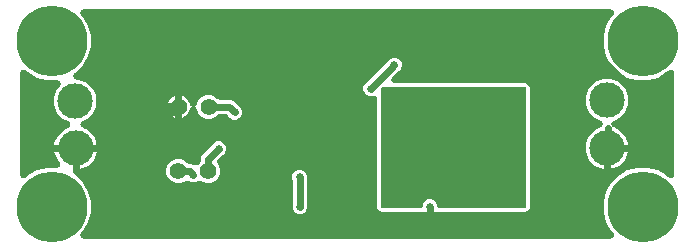
<source format=gbr>
G04 EAGLE Gerber RS-274X export*
G75*
%MOMM*%
%FSLAX34Y34*%
%LPD*%
%INBottom Copper*%
%IPPOS*%
%AMOC8*
5,1,8,0,0,1.08239X$1,22.5*%
G01*
%ADD10C,1.422400*%
%ADD11C,0.650000*%
%ADD12C,0.609600*%
%ADD13C,3.000000*%
%ADD14C,6.000000*%

G36*
X513010Y13004D02*
X513010Y13004D01*
X513049Y13002D01*
X513256Y13024D01*
X513464Y13041D01*
X513501Y13050D01*
X513539Y13054D01*
X513741Y13109D01*
X513943Y13159D01*
X513978Y13174D01*
X514015Y13185D01*
X514205Y13272D01*
X514396Y13354D01*
X514429Y13374D01*
X514463Y13390D01*
X514637Y13507D01*
X514812Y13619D01*
X514841Y13644D01*
X514873Y13666D01*
X515025Y13809D01*
X515180Y13948D01*
X515204Y13977D01*
X515232Y14003D01*
X515359Y14169D01*
X515490Y14332D01*
X515509Y14365D01*
X515532Y14395D01*
X515631Y14579D01*
X515734Y14760D01*
X515748Y14796D01*
X515766Y14830D01*
X515833Y15027D01*
X515906Y15223D01*
X515913Y15260D01*
X515926Y15296D01*
X515961Y15503D01*
X516001Y15707D01*
X516002Y15745D01*
X516008Y15783D01*
X516009Y15992D01*
X516016Y16200D01*
X516011Y16238D01*
X516011Y16276D01*
X515979Y16483D01*
X515952Y16689D01*
X515941Y16726D01*
X515935Y16763D01*
X515869Y16962D01*
X515809Y17161D01*
X515792Y17196D01*
X515780Y17232D01*
X515684Y17417D01*
X515592Y17605D01*
X515570Y17636D01*
X515552Y17670D01*
X515494Y17742D01*
X515307Y18007D01*
X515186Y18129D01*
X515127Y18203D01*
X513593Y19737D01*
X509248Y27262D01*
X506999Y35655D01*
X506999Y44345D01*
X509248Y52738D01*
X513593Y60263D01*
X519737Y66407D01*
X527262Y70752D01*
X535655Y73001D01*
X544345Y73001D01*
X552738Y70752D01*
X560263Y66407D01*
X561797Y64873D01*
X561826Y64848D01*
X561852Y64820D01*
X562014Y64689D01*
X562173Y64553D01*
X562206Y64534D01*
X562236Y64510D01*
X562417Y64407D01*
X562596Y64299D01*
X562631Y64285D01*
X562664Y64266D01*
X562860Y64193D01*
X563054Y64116D01*
X563091Y64107D01*
X563127Y64094D01*
X563331Y64054D01*
X563535Y64009D01*
X563574Y64007D01*
X563611Y63999D01*
X563819Y63993D01*
X564028Y63981D01*
X564066Y63985D01*
X564104Y63984D01*
X564311Y64011D01*
X564519Y64033D01*
X564555Y64043D01*
X564593Y64048D01*
X564794Y64109D01*
X564994Y64164D01*
X565029Y64180D01*
X565066Y64191D01*
X565253Y64283D01*
X565443Y64370D01*
X565474Y64391D01*
X565509Y64408D01*
X565679Y64529D01*
X565852Y64645D01*
X565880Y64671D01*
X565911Y64693D01*
X566059Y64840D01*
X566212Y64983D01*
X566235Y65013D01*
X566262Y65040D01*
X566385Y65208D01*
X566512Y65374D01*
X566530Y65408D01*
X566552Y65439D01*
X566646Y65625D01*
X566745Y65809D01*
X566757Y65845D01*
X566775Y65879D01*
X566838Y66079D01*
X566905Y66276D01*
X566911Y66313D01*
X566923Y66350D01*
X566933Y66442D01*
X566988Y66762D01*
X566989Y66934D01*
X566999Y67028D01*
X566999Y152972D01*
X566996Y153010D01*
X566998Y153049D01*
X566976Y153256D01*
X566959Y153464D01*
X566950Y153501D01*
X566946Y153539D01*
X566891Y153741D01*
X566841Y153943D01*
X566826Y153978D01*
X566815Y154015D01*
X566728Y154205D01*
X566646Y154396D01*
X566626Y154429D01*
X566610Y154463D01*
X566493Y154637D01*
X566381Y154812D01*
X566356Y154841D01*
X566334Y154873D01*
X566191Y155025D01*
X566052Y155180D01*
X566023Y155204D01*
X565997Y155232D01*
X565831Y155359D01*
X565668Y155490D01*
X565635Y155509D01*
X565605Y155532D01*
X565421Y155631D01*
X565240Y155734D01*
X565204Y155748D01*
X565170Y155766D01*
X564973Y155833D01*
X564777Y155906D01*
X564740Y155913D01*
X564704Y155926D01*
X564497Y155961D01*
X564293Y156001D01*
X564255Y156002D01*
X564217Y156008D01*
X564008Y156009D01*
X563800Y156016D01*
X563762Y156011D01*
X563724Y156011D01*
X563517Y155979D01*
X563311Y155952D01*
X563274Y155941D01*
X563237Y155935D01*
X563038Y155869D01*
X562839Y155809D01*
X562804Y155792D01*
X562768Y155780D01*
X562583Y155684D01*
X562395Y155592D01*
X562364Y155570D01*
X562330Y155552D01*
X562258Y155494D01*
X561993Y155307D01*
X561871Y155186D01*
X561797Y155127D01*
X560263Y153593D01*
X552738Y149248D01*
X544345Y146999D01*
X535655Y146999D01*
X527262Y149248D01*
X519737Y153593D01*
X513593Y159737D01*
X509248Y167262D01*
X506999Y175655D01*
X506999Y184345D01*
X509248Y192738D01*
X513593Y200263D01*
X515127Y201797D01*
X515152Y201826D01*
X515180Y201852D01*
X515311Y202014D01*
X515447Y202173D01*
X515466Y202206D01*
X515490Y202236D01*
X515593Y202417D01*
X515701Y202596D01*
X515715Y202631D01*
X515734Y202664D01*
X515807Y202860D01*
X515884Y203054D01*
X515893Y203091D01*
X515906Y203127D01*
X515946Y203331D01*
X515991Y203535D01*
X515993Y203574D01*
X516001Y203611D01*
X516007Y203819D01*
X516019Y204028D01*
X516015Y204066D01*
X516016Y204104D01*
X515989Y204311D01*
X515967Y204519D01*
X515957Y204555D01*
X515952Y204593D01*
X515891Y204794D01*
X515836Y204994D01*
X515820Y205029D01*
X515809Y205066D01*
X515717Y205253D01*
X515630Y205443D01*
X515609Y205474D01*
X515592Y205509D01*
X515471Y205679D01*
X515355Y205852D01*
X515329Y205880D01*
X515307Y205911D01*
X515160Y206059D01*
X515017Y206212D01*
X514987Y206235D01*
X514960Y206262D01*
X514792Y206385D01*
X514626Y206512D01*
X514592Y206530D01*
X514561Y206552D01*
X514375Y206646D01*
X514191Y206745D01*
X514155Y206757D01*
X514121Y206775D01*
X513921Y206838D01*
X513724Y206905D01*
X513687Y206911D01*
X513650Y206923D01*
X513558Y206933D01*
X513238Y206988D01*
X513066Y206989D01*
X512972Y206999D01*
X67028Y206999D01*
X66990Y206996D01*
X66951Y206998D01*
X66744Y206976D01*
X66536Y206959D01*
X66499Y206950D01*
X66461Y206946D01*
X66259Y206891D01*
X66057Y206841D01*
X66022Y206826D01*
X65985Y206815D01*
X65795Y206728D01*
X65604Y206646D01*
X65571Y206626D01*
X65537Y206610D01*
X65363Y206493D01*
X65188Y206381D01*
X65159Y206356D01*
X65127Y206334D01*
X64975Y206191D01*
X64820Y206052D01*
X64796Y206023D01*
X64768Y205997D01*
X64641Y205831D01*
X64510Y205668D01*
X64491Y205635D01*
X64468Y205605D01*
X64369Y205421D01*
X64266Y205240D01*
X64252Y205204D01*
X64234Y205170D01*
X64167Y204973D01*
X64094Y204777D01*
X64087Y204740D01*
X64074Y204704D01*
X64039Y204497D01*
X63999Y204293D01*
X63998Y204255D01*
X63992Y204217D01*
X63991Y204008D01*
X63984Y203800D01*
X63989Y203762D01*
X63989Y203724D01*
X64021Y203517D01*
X64048Y203311D01*
X64059Y203274D01*
X64065Y203237D01*
X64131Y203038D01*
X64191Y202839D01*
X64208Y202804D01*
X64220Y202768D01*
X64316Y202583D01*
X64408Y202395D01*
X64430Y202364D01*
X64448Y202330D01*
X64506Y202258D01*
X64693Y201993D01*
X64814Y201871D01*
X64873Y201797D01*
X66407Y200263D01*
X70752Y192738D01*
X73001Y184345D01*
X73001Y175655D01*
X70752Y167262D01*
X66407Y159737D01*
X60263Y153593D01*
X59560Y153187D01*
X59404Y153079D01*
X59244Y152977D01*
X59201Y152939D01*
X59154Y152907D01*
X59017Y152775D01*
X58876Y152648D01*
X58840Y152604D01*
X58799Y152564D01*
X58685Y152412D01*
X58566Y152264D01*
X58538Y152215D01*
X58503Y152169D01*
X58415Y152000D01*
X58322Y151836D01*
X58302Y151782D01*
X58276Y151732D01*
X58216Y151551D01*
X58150Y151373D01*
X58139Y151317D01*
X58121Y151263D01*
X58092Y151076D01*
X58055Y150889D01*
X58054Y150832D01*
X58045Y150776D01*
X58046Y150585D01*
X58040Y150396D01*
X58048Y150339D01*
X58048Y150282D01*
X58080Y150095D01*
X58105Y149907D01*
X58121Y149852D01*
X58131Y149796D01*
X58192Y149617D01*
X58247Y149434D01*
X58272Y149383D01*
X58291Y149329D01*
X58380Y149162D01*
X58464Y148991D01*
X58497Y148945D01*
X58524Y148895D01*
X58639Y148744D01*
X58749Y148589D01*
X58789Y148549D01*
X58824Y148503D01*
X58963Y148373D01*
X59096Y148238D01*
X59142Y148205D01*
X59184Y148165D01*
X59341Y148059D01*
X59495Y147948D01*
X59546Y147922D01*
X59593Y147890D01*
X59766Y147811D01*
X59935Y147725D01*
X59990Y147708D01*
X60042Y147684D01*
X60225Y147634D01*
X60406Y147577D01*
X60451Y147572D01*
X60517Y147554D01*
X61008Y147502D01*
X61053Y147504D01*
X61084Y147501D01*
X63281Y147501D01*
X69897Y144760D01*
X74960Y139697D01*
X77701Y133081D01*
X77701Y125919D01*
X74960Y119303D01*
X69897Y114240D01*
X66004Y112627D01*
X65970Y112610D01*
X65934Y112597D01*
X65751Y112497D01*
X65565Y112402D01*
X65535Y112380D01*
X65501Y112361D01*
X65336Y112233D01*
X65168Y112109D01*
X65141Y112082D01*
X65111Y112059D01*
X64970Y111906D01*
X64824Y111756D01*
X64802Y111725D01*
X64776Y111697D01*
X64661Y111523D01*
X64541Y111352D01*
X64524Y111318D01*
X64503Y111286D01*
X64417Y111096D01*
X64327Y110908D01*
X64316Y110871D01*
X64300Y110836D01*
X64246Y110635D01*
X64187Y110434D01*
X64182Y110397D01*
X64173Y110360D01*
X64152Y110152D01*
X64126Y109945D01*
X64127Y109907D01*
X64124Y109869D01*
X64137Y109660D01*
X64144Y109452D01*
X64152Y109415D01*
X64154Y109377D01*
X64201Y109173D01*
X64242Y108968D01*
X64256Y108933D01*
X64264Y108896D01*
X64343Y108702D01*
X64417Y108507D01*
X64436Y108474D01*
X64450Y108439D01*
X64559Y108261D01*
X64663Y108080D01*
X64688Y108050D01*
X64707Y108018D01*
X64843Y107860D01*
X64976Y107698D01*
X65004Y107673D01*
X65029Y107644D01*
X65189Y107509D01*
X65346Y107372D01*
X65378Y107351D01*
X65407Y107327D01*
X65489Y107282D01*
X65763Y107109D01*
X65922Y107042D01*
X66004Y106997D01*
X70197Y105260D01*
X75260Y100197D01*
X78001Y93581D01*
X78001Y86419D01*
X75260Y79803D01*
X70197Y74740D01*
X63581Y71999D01*
X61950Y71999D01*
X61760Y71984D01*
X61570Y71976D01*
X61515Y71964D01*
X61458Y71959D01*
X61273Y71914D01*
X61087Y71875D01*
X61034Y71854D01*
X60979Y71841D01*
X60805Y71766D01*
X60627Y71697D01*
X60578Y71668D01*
X60526Y71646D01*
X60366Y71544D01*
X60201Y71448D01*
X60157Y71412D01*
X60110Y71381D01*
X59968Y71254D01*
X59822Y71133D01*
X59784Y71090D01*
X59742Y71052D01*
X59622Y70904D01*
X59497Y70761D01*
X59467Y70713D01*
X59432Y70668D01*
X59338Y70503D01*
X59238Y70342D01*
X59216Y70289D01*
X59188Y70240D01*
X59122Y70061D01*
X59049Y69886D01*
X59036Y69831D01*
X59016Y69777D01*
X58980Y69591D01*
X58936Y69406D01*
X58932Y69349D01*
X58921Y69293D01*
X58916Y69103D01*
X58903Y68913D01*
X58908Y68857D01*
X58906Y68800D01*
X58931Y68612D01*
X58949Y68422D01*
X58963Y68367D01*
X58971Y68311D01*
X59025Y68129D01*
X59074Y67945D01*
X59097Y67893D01*
X59113Y67839D01*
X59197Y67668D01*
X59274Y67494D01*
X59305Y67446D01*
X59330Y67395D01*
X59440Y67240D01*
X59544Y67081D01*
X59582Y67040D01*
X59615Y66993D01*
X59749Y66858D01*
X59877Y66718D01*
X59914Y66691D01*
X59962Y66642D01*
X60205Y66465D01*
X66407Y60263D01*
X70752Y52738D01*
X73001Y44345D01*
X73001Y35655D01*
X70752Y27262D01*
X66407Y19737D01*
X64873Y18203D01*
X64848Y18174D01*
X64820Y18148D01*
X64689Y17986D01*
X64553Y17827D01*
X64534Y17794D01*
X64510Y17764D01*
X64407Y17583D01*
X64299Y17404D01*
X64285Y17369D01*
X64266Y17336D01*
X64193Y17140D01*
X64116Y16946D01*
X64107Y16909D01*
X64094Y16873D01*
X64054Y16669D01*
X64009Y16465D01*
X64007Y16426D01*
X63999Y16389D01*
X63993Y16181D01*
X63981Y15972D01*
X63985Y15934D01*
X63984Y15896D01*
X64011Y15689D01*
X64033Y15481D01*
X64043Y15445D01*
X64048Y15407D01*
X64109Y15206D01*
X64164Y15006D01*
X64180Y14971D01*
X64191Y14934D01*
X64283Y14747D01*
X64370Y14557D01*
X64391Y14526D01*
X64408Y14491D01*
X64529Y14321D01*
X64645Y14148D01*
X64671Y14120D01*
X64693Y14089D01*
X64840Y13941D01*
X64983Y13788D01*
X65013Y13765D01*
X65040Y13738D01*
X65208Y13615D01*
X65374Y13488D01*
X65408Y13470D01*
X65439Y13448D01*
X65625Y13354D01*
X65809Y13255D01*
X65845Y13243D01*
X65879Y13225D01*
X66079Y13162D01*
X66276Y13095D01*
X66313Y13089D01*
X66350Y13077D01*
X66442Y13067D01*
X66762Y13012D01*
X66934Y13011D01*
X67028Y13001D01*
X512972Y13001D01*
X513010Y13004D01*
G37*
%LPC*%
G36*
X319100Y35475D02*
X319100Y35475D01*
X317437Y36164D01*
X316164Y37437D01*
X315475Y39100D01*
X315475Y130942D01*
X315461Y131121D01*
X315454Y131302D01*
X315441Y131367D01*
X315435Y131433D01*
X315392Y131608D01*
X315356Y131786D01*
X315333Y131848D01*
X315317Y131912D01*
X315245Y132078D01*
X315182Y132247D01*
X315148Y132304D01*
X315122Y132366D01*
X315025Y132518D01*
X314935Y132674D01*
X314893Y132726D01*
X314857Y132782D01*
X314737Y132916D01*
X314622Y133056D01*
X314573Y133100D01*
X314528Y133150D01*
X314388Y133263D01*
X314253Y133382D01*
X314196Y133418D01*
X314144Y133459D01*
X313988Y133549D01*
X313835Y133645D01*
X313773Y133671D01*
X313716Y133703D01*
X313547Y133766D01*
X313380Y133836D01*
X313316Y133852D01*
X313253Y133875D01*
X313076Y133910D01*
X312901Y133952D01*
X312834Y133957D01*
X312769Y133970D01*
X312589Y133975D01*
X312409Y133989D01*
X312342Y133983D01*
X312276Y133985D01*
X312097Y133962D01*
X311917Y133946D01*
X311866Y133931D01*
X311787Y133921D01*
X311315Y133778D01*
X311284Y133763D01*
X311262Y133757D01*
X311243Y133749D01*
X308757Y133749D01*
X306459Y134701D01*
X304701Y136459D01*
X303749Y138757D01*
X303749Y141243D01*
X304701Y143541D01*
X306471Y145311D01*
X306615Y145386D01*
X306826Y145494D01*
X306834Y145500D01*
X306842Y145504D01*
X306874Y145530D01*
X307223Y145787D01*
X307314Y145881D01*
X307376Y145930D01*
X324070Y162624D01*
X324077Y162632D01*
X324084Y162638D01*
X324237Y162820D01*
X324390Y163000D01*
X324395Y163009D01*
X324401Y163016D01*
X324420Y163051D01*
X324644Y163423D01*
X324685Y163525D01*
X326459Y165299D01*
X328757Y166251D01*
X331243Y166251D01*
X333541Y165299D01*
X335299Y163541D01*
X336251Y161243D01*
X336251Y158757D01*
X335299Y156459D01*
X333529Y154689D01*
X333385Y154614D01*
X333174Y154506D01*
X333166Y154500D01*
X333158Y154496D01*
X333126Y154470D01*
X332777Y154213D01*
X332686Y154119D01*
X332624Y154070D01*
X328281Y149727D01*
X328256Y149698D01*
X328228Y149672D01*
X328097Y149510D01*
X327961Y149351D01*
X327942Y149318D01*
X327918Y149288D01*
X327815Y149108D01*
X327707Y148928D01*
X327693Y148893D01*
X327674Y148860D01*
X327601Y148664D01*
X327524Y148470D01*
X327516Y148433D01*
X327502Y148397D01*
X327462Y148192D01*
X327417Y147988D01*
X327415Y147950D01*
X327408Y147913D01*
X327401Y147705D01*
X327389Y147496D01*
X327393Y147458D01*
X327392Y147420D01*
X327419Y147213D01*
X327442Y147005D01*
X327452Y146969D01*
X327457Y146931D01*
X327517Y146731D01*
X327572Y146530D01*
X327588Y146495D01*
X327599Y146458D01*
X327691Y146271D01*
X327778Y146081D01*
X327799Y146049D01*
X327816Y146015D01*
X327937Y145845D01*
X328053Y145672D01*
X328079Y145644D01*
X328101Y145613D01*
X328248Y145464D01*
X328391Y145312D01*
X328421Y145289D01*
X328448Y145262D01*
X328617Y145139D01*
X328783Y145012D01*
X328816Y144994D01*
X328847Y144972D01*
X329033Y144878D01*
X329217Y144779D01*
X329253Y144767D01*
X329287Y144749D01*
X329486Y144687D01*
X329684Y144619D01*
X329721Y144613D01*
X329758Y144601D01*
X329850Y144591D01*
X330170Y144536D01*
X330342Y144535D01*
X330436Y144525D01*
X440900Y144525D01*
X442563Y143836D01*
X443836Y142563D01*
X444525Y140900D01*
X444525Y39100D01*
X443836Y37437D01*
X442563Y36164D01*
X440900Y35475D01*
X319100Y35475D01*
G37*
%LPD*%
G36*
X352252Y38480D02*
X352252Y38480D01*
X352278Y38478D01*
X352425Y38500D01*
X352572Y38517D01*
X352597Y38525D01*
X352623Y38529D01*
X352761Y38584D01*
X352900Y38634D01*
X352922Y38648D01*
X352947Y38658D01*
X353068Y38743D01*
X353193Y38823D01*
X353211Y38842D01*
X353233Y38857D01*
X353332Y38967D01*
X353435Y39074D01*
X353449Y39096D01*
X353466Y39116D01*
X353538Y39246D01*
X353614Y39373D01*
X353622Y39398D01*
X353635Y39421D01*
X353675Y39564D01*
X353720Y39705D01*
X353722Y39731D01*
X353730Y39756D01*
X353749Y40000D01*
X353749Y41243D01*
X354701Y43541D01*
X356459Y45299D01*
X358757Y46251D01*
X361243Y46251D01*
X363541Y45299D01*
X365299Y43541D01*
X366251Y41243D01*
X366251Y40000D01*
X366254Y39974D01*
X366252Y39948D01*
X366274Y39801D01*
X366291Y39654D01*
X366299Y39629D01*
X366303Y39603D01*
X366358Y39465D01*
X366408Y39326D01*
X366422Y39304D01*
X366432Y39279D01*
X366517Y39158D01*
X366597Y39033D01*
X366616Y39015D01*
X366631Y38993D01*
X366741Y38894D01*
X366848Y38791D01*
X366870Y38777D01*
X366890Y38760D01*
X367020Y38688D01*
X367147Y38612D01*
X367172Y38604D01*
X367195Y38591D01*
X367338Y38551D01*
X367479Y38506D01*
X367505Y38504D01*
X367530Y38496D01*
X367774Y38477D01*
X440000Y38477D01*
X440026Y38480D01*
X440052Y38478D01*
X440199Y38500D01*
X440346Y38517D01*
X440371Y38525D01*
X440397Y38529D01*
X440535Y38584D01*
X440674Y38634D01*
X440696Y38648D01*
X440721Y38658D01*
X440842Y38743D01*
X440967Y38823D01*
X440985Y38842D01*
X441007Y38857D01*
X441106Y38967D01*
X441209Y39074D01*
X441223Y39096D01*
X441240Y39116D01*
X441312Y39246D01*
X441388Y39373D01*
X441396Y39398D01*
X441409Y39421D01*
X441449Y39564D01*
X441494Y39705D01*
X441496Y39731D01*
X441504Y39756D01*
X441523Y40000D01*
X441523Y140000D01*
X441520Y140026D01*
X441522Y140052D01*
X441500Y140199D01*
X441483Y140346D01*
X441475Y140371D01*
X441471Y140397D01*
X441416Y140535D01*
X441366Y140674D01*
X441352Y140696D01*
X441342Y140721D01*
X441257Y140842D01*
X441177Y140967D01*
X441158Y140985D01*
X441143Y141007D01*
X441033Y141106D01*
X440926Y141209D01*
X440904Y141223D01*
X440884Y141240D01*
X440754Y141312D01*
X440627Y141388D01*
X440602Y141396D01*
X440579Y141409D01*
X440436Y141449D01*
X440295Y141494D01*
X440269Y141496D01*
X440244Y141504D01*
X440000Y141523D01*
X320708Y141523D01*
X320583Y141509D01*
X320457Y141502D01*
X320410Y141489D01*
X320362Y141483D01*
X320243Y141441D01*
X320122Y141406D01*
X320080Y141382D01*
X320034Y141366D01*
X319928Y141297D01*
X319818Y141236D01*
X319771Y141196D01*
X319741Y141177D01*
X319708Y141142D01*
X319631Y141077D01*
X318923Y140369D01*
X318844Y140270D01*
X318760Y140176D01*
X318736Y140134D01*
X318706Y140096D01*
X318652Y139981D01*
X318591Y139871D01*
X318578Y139824D01*
X318557Y139781D01*
X318531Y139657D01*
X318496Y139535D01*
X318492Y139475D01*
X318484Y139440D01*
X318485Y139392D01*
X318477Y139292D01*
X318477Y40000D01*
X318480Y39974D01*
X318478Y39948D01*
X318500Y39801D01*
X318517Y39654D01*
X318525Y39629D01*
X318529Y39603D01*
X318584Y39465D01*
X318634Y39326D01*
X318648Y39304D01*
X318658Y39279D01*
X318743Y39158D01*
X318823Y39033D01*
X318842Y39015D01*
X318857Y38993D01*
X318967Y38894D01*
X319074Y38791D01*
X319096Y38777D01*
X319116Y38760D01*
X319246Y38688D01*
X319373Y38612D01*
X319398Y38604D01*
X319421Y38591D01*
X319564Y38551D01*
X319705Y38506D01*
X319731Y38504D01*
X319756Y38496D01*
X320000Y38477D01*
X352226Y38477D01*
X352252Y38480D01*
G37*
G36*
X16238Y63989D02*
X16238Y63989D01*
X16276Y63989D01*
X16483Y64021D01*
X16689Y64048D01*
X16726Y64059D01*
X16763Y64065D01*
X16962Y64131D01*
X17161Y64191D01*
X17196Y64208D01*
X17232Y64220D01*
X17417Y64316D01*
X17605Y64408D01*
X17636Y64430D01*
X17670Y64448D01*
X17742Y64506D01*
X18007Y64693D01*
X18129Y64814D01*
X18203Y64873D01*
X19737Y66407D01*
X27262Y70752D01*
X35655Y73001D01*
X44186Y73001D01*
X44224Y73004D01*
X44262Y73002D01*
X44470Y73024D01*
X44677Y73041D01*
X44714Y73050D01*
X44752Y73054D01*
X44954Y73109D01*
X45156Y73159D01*
X45191Y73174D01*
X45228Y73185D01*
X45418Y73272D01*
X45610Y73354D01*
X45642Y73374D01*
X45676Y73390D01*
X45850Y73507D01*
X46026Y73619D01*
X46054Y73644D01*
X46086Y73666D01*
X46238Y73809D01*
X46394Y73948D01*
X46418Y73977D01*
X46445Y74003D01*
X46573Y74169D01*
X46704Y74332D01*
X46722Y74365D01*
X46746Y74395D01*
X46844Y74579D01*
X46948Y74760D01*
X46961Y74796D01*
X46979Y74830D01*
X47046Y75027D01*
X47119Y75223D01*
X47126Y75260D01*
X47139Y75296D01*
X47174Y75503D01*
X47214Y75707D01*
X47215Y75745D01*
X47221Y75783D01*
X47223Y75992D01*
X47229Y76200D01*
X47224Y76238D01*
X47224Y76276D01*
X47192Y76483D01*
X47165Y76689D01*
X47154Y76726D01*
X47148Y76763D01*
X47083Y76962D01*
X47022Y77161D01*
X47005Y77196D01*
X46994Y77232D01*
X46897Y77417D01*
X46805Y77605D01*
X46783Y77636D01*
X46766Y77670D01*
X46708Y77742D01*
X46520Y78007D01*
X46399Y78129D01*
X46340Y78203D01*
X44740Y79803D01*
X41999Y86419D01*
X41999Y93581D01*
X44740Y100197D01*
X49803Y105260D01*
X53696Y106873D01*
X53730Y106890D01*
X53766Y106903D01*
X53949Y107003D01*
X54135Y107098D01*
X54165Y107120D01*
X54199Y107139D01*
X54364Y107267D01*
X54532Y107391D01*
X54559Y107418D01*
X54589Y107441D01*
X54730Y107594D01*
X54876Y107744D01*
X54898Y107775D01*
X54924Y107803D01*
X55039Y107977D01*
X55159Y108148D01*
X55176Y108182D01*
X55197Y108214D01*
X55283Y108404D01*
X55373Y108592D01*
X55384Y108629D01*
X55400Y108664D01*
X55454Y108865D01*
X55513Y109066D01*
X55518Y109103D01*
X55527Y109140D01*
X55548Y109348D01*
X55574Y109555D01*
X55573Y109593D01*
X55576Y109631D01*
X55563Y109840D01*
X55556Y110048D01*
X55548Y110085D01*
X55546Y110123D01*
X55499Y110326D01*
X55458Y110532D01*
X55444Y110567D01*
X55436Y110604D01*
X55357Y110798D01*
X55283Y110993D01*
X55264Y111026D01*
X55250Y111061D01*
X55141Y111239D01*
X55037Y111420D01*
X55012Y111450D01*
X54993Y111482D01*
X54857Y111640D01*
X54724Y111802D01*
X54696Y111827D01*
X54671Y111856D01*
X54511Y111991D01*
X54354Y112128D01*
X54322Y112149D01*
X54293Y112173D01*
X54211Y112218D01*
X53937Y112391D01*
X53778Y112458D01*
X53696Y112503D01*
X49503Y114240D01*
X44440Y119303D01*
X41699Y125919D01*
X41699Y133081D01*
X44440Y139697D01*
X46540Y141797D01*
X46565Y141826D01*
X46594Y141852D01*
X46724Y142014D01*
X46860Y142173D01*
X46880Y142206D01*
X46904Y142236D01*
X47007Y142417D01*
X47114Y142596D01*
X47129Y142631D01*
X47148Y142664D01*
X47220Y142860D01*
X47298Y143054D01*
X47306Y143091D01*
X47319Y143127D01*
X47359Y143332D01*
X47404Y143536D01*
X47407Y143574D01*
X47414Y143611D01*
X47420Y143819D01*
X47432Y144028D01*
X47428Y144066D01*
X47429Y144104D01*
X47402Y144311D01*
X47380Y144519D01*
X47370Y144555D01*
X47365Y144593D01*
X47304Y144793D01*
X47249Y144994D01*
X47233Y145029D01*
X47222Y145066D01*
X47130Y145253D01*
X47043Y145443D01*
X47022Y145474D01*
X47005Y145509D01*
X46885Y145679D01*
X46768Y145852D01*
X46742Y145880D01*
X46720Y145911D01*
X46573Y146059D01*
X46430Y146212D01*
X46400Y146235D01*
X46373Y146262D01*
X46205Y146385D01*
X46039Y146512D01*
X46005Y146530D01*
X45974Y146552D01*
X45789Y146646D01*
X45604Y146745D01*
X45568Y146758D01*
X45534Y146775D01*
X45335Y146837D01*
X45137Y146905D01*
X45100Y146912D01*
X45063Y146923D01*
X44971Y146933D01*
X44651Y146988D01*
X44479Y146989D01*
X44386Y146999D01*
X35655Y146999D01*
X27262Y149248D01*
X19737Y153593D01*
X18203Y155127D01*
X18174Y155152D01*
X18148Y155180D01*
X17986Y155311D01*
X17827Y155447D01*
X17794Y155466D01*
X17764Y155490D01*
X17583Y155593D01*
X17404Y155701D01*
X17369Y155715D01*
X17336Y155734D01*
X17140Y155807D01*
X16946Y155884D01*
X16909Y155893D01*
X16873Y155906D01*
X16669Y155946D01*
X16465Y155991D01*
X16426Y155993D01*
X16389Y156001D01*
X16181Y156007D01*
X15972Y156019D01*
X15934Y156015D01*
X15896Y156016D01*
X15689Y155989D01*
X15481Y155967D01*
X15445Y155957D01*
X15407Y155952D01*
X15206Y155891D01*
X15006Y155836D01*
X14971Y155820D01*
X14934Y155809D01*
X14747Y155717D01*
X14557Y155630D01*
X14526Y155609D01*
X14491Y155592D01*
X14321Y155471D01*
X14148Y155355D01*
X14120Y155329D01*
X14089Y155307D01*
X13941Y155160D01*
X13788Y155017D01*
X13765Y154987D01*
X13738Y154960D01*
X13615Y154792D01*
X13488Y154626D01*
X13470Y154592D01*
X13448Y154561D01*
X13354Y154375D01*
X13255Y154191D01*
X13243Y154155D01*
X13225Y154121D01*
X13162Y153921D01*
X13095Y153724D01*
X13089Y153687D01*
X13077Y153650D01*
X13067Y153558D01*
X13012Y153238D01*
X13011Y153066D01*
X13001Y152972D01*
X13001Y67028D01*
X13004Y66990D01*
X13002Y66951D01*
X13024Y66744D01*
X13041Y66536D01*
X13050Y66499D01*
X13054Y66461D01*
X13109Y66259D01*
X13159Y66057D01*
X13174Y66022D01*
X13185Y65985D01*
X13272Y65795D01*
X13354Y65604D01*
X13374Y65571D01*
X13390Y65537D01*
X13507Y65363D01*
X13619Y65188D01*
X13644Y65159D01*
X13666Y65127D01*
X13809Y64975D01*
X13948Y64820D01*
X13977Y64796D01*
X14003Y64768D01*
X14169Y64641D01*
X14332Y64510D01*
X14365Y64491D01*
X14395Y64468D01*
X14579Y64369D01*
X14760Y64266D01*
X14796Y64252D01*
X14830Y64234D01*
X15027Y64167D01*
X15223Y64094D01*
X15260Y64087D01*
X15296Y64074D01*
X15503Y64039D01*
X15707Y63999D01*
X15745Y63998D01*
X15783Y63992D01*
X15992Y63991D01*
X16200Y63984D01*
X16238Y63989D01*
G37*
%LPC*%
G36*
X506419Y71999D02*
X506419Y71999D01*
X499803Y74740D01*
X494740Y79803D01*
X491999Y86419D01*
X491999Y93581D01*
X494740Y100197D01*
X499803Y105260D01*
X504449Y107185D01*
X504483Y107202D01*
X504519Y107215D01*
X504703Y107315D01*
X504888Y107410D01*
X504919Y107432D01*
X504953Y107451D01*
X505117Y107579D01*
X505285Y107703D01*
X505312Y107730D01*
X505342Y107753D01*
X505484Y107907D01*
X505630Y108056D01*
X505652Y108087D01*
X505678Y108115D01*
X505793Y108289D01*
X505913Y108460D01*
X505929Y108494D01*
X505950Y108526D01*
X506036Y108716D01*
X506127Y108905D01*
X506138Y108941D01*
X506153Y108976D01*
X506207Y109177D01*
X506266Y109378D01*
X506271Y109416D01*
X506281Y109452D01*
X506302Y109660D01*
X506328Y109867D01*
X506326Y109905D01*
X506330Y109943D01*
X506317Y110152D01*
X506309Y110360D01*
X506302Y110398D01*
X506299Y110436D01*
X506253Y110639D01*
X506211Y110844D01*
X506198Y110879D01*
X506189Y110917D01*
X506111Y111110D01*
X506037Y111305D01*
X506018Y111338D01*
X506003Y111374D01*
X505895Y111552D01*
X505790Y111732D01*
X505766Y111762D01*
X505746Y111794D01*
X505610Y111953D01*
X505478Y112114D01*
X505449Y112140D01*
X505424Y112168D01*
X505264Y112303D01*
X505108Y112441D01*
X505076Y112461D01*
X505046Y112485D01*
X504965Y112531D01*
X504690Y112703D01*
X504532Y112770D01*
X504449Y112815D01*
X499803Y114740D01*
X494740Y119803D01*
X491999Y126419D01*
X491999Y133581D01*
X494740Y140197D01*
X499803Y145260D01*
X506419Y148001D01*
X513581Y148001D01*
X520197Y145260D01*
X525260Y140197D01*
X528001Y133581D01*
X528001Y126419D01*
X525260Y119803D01*
X520197Y114740D01*
X515551Y112815D01*
X515517Y112798D01*
X515481Y112785D01*
X515297Y112685D01*
X515112Y112590D01*
X515081Y112568D01*
X515047Y112549D01*
X514883Y112421D01*
X514715Y112297D01*
X514688Y112270D01*
X514658Y112247D01*
X514516Y112093D01*
X514370Y111944D01*
X514348Y111913D01*
X514322Y111885D01*
X514207Y111711D01*
X514087Y111540D01*
X514071Y111506D01*
X514050Y111474D01*
X513964Y111284D01*
X513873Y111096D01*
X513862Y111059D01*
X513847Y111024D01*
X513793Y110823D01*
X513734Y110622D01*
X513729Y110584D01*
X513719Y110548D01*
X513698Y110340D01*
X513672Y110133D01*
X513674Y110095D01*
X513670Y110057D01*
X513683Y109848D01*
X513691Y109640D01*
X513698Y109602D01*
X513701Y109564D01*
X513747Y109361D01*
X513789Y109156D01*
X513802Y109120D01*
X513811Y109083D01*
X513889Y108890D01*
X513963Y108695D01*
X513982Y108662D01*
X513997Y108627D01*
X514105Y108449D01*
X514210Y108268D01*
X514234Y108238D01*
X514254Y108206D01*
X514390Y108048D01*
X514522Y107886D01*
X514551Y107861D01*
X514576Y107832D01*
X514736Y107698D01*
X514892Y107559D01*
X514925Y107539D01*
X514954Y107515D01*
X515035Y107470D01*
X515310Y107297D01*
X515468Y107230D01*
X515551Y107185D01*
X520197Y105260D01*
X525260Y100197D01*
X528001Y93581D01*
X528001Y86419D01*
X525260Y79803D01*
X520197Y74740D01*
X513581Y71999D01*
X506419Y71999D01*
G37*
%LPD*%
%LPC*%
G36*
X144988Y59887D02*
X144988Y59887D01*
X141272Y61427D01*
X138427Y64272D01*
X136887Y67988D01*
X136887Y72012D01*
X138427Y75728D01*
X141272Y78573D01*
X144988Y80113D01*
X149012Y80113D01*
X152728Y78573D01*
X154415Y76886D01*
X154496Y76818D01*
X154569Y76742D01*
X154683Y76658D01*
X154791Y76567D01*
X154882Y76512D01*
X154966Y76450D01*
X155093Y76385D01*
X155214Y76312D01*
X155312Y76273D01*
X155406Y76225D01*
X155540Y76181D01*
X155672Y76129D01*
X155775Y76106D01*
X155875Y76074D01*
X155972Y76062D01*
X156154Y76022D01*
X156454Y76005D01*
X156553Y75994D01*
X156822Y75992D01*
X156827Y75992D01*
X156830Y75992D01*
X158028Y75988D01*
X159137Y75522D01*
X159142Y75520D01*
X159145Y75518D01*
X160415Y74988D01*
X160626Y74919D01*
X160837Y74847D01*
X160861Y74843D01*
X160884Y74835D01*
X161103Y74802D01*
X161324Y74764D01*
X161348Y74764D01*
X161371Y74761D01*
X161593Y74763D01*
X161817Y74761D01*
X161841Y74765D01*
X161865Y74765D01*
X162083Y74803D01*
X162304Y74838D01*
X162327Y74845D01*
X162351Y74849D01*
X162560Y74922D01*
X162773Y74992D01*
X162794Y75003D01*
X162817Y75011D01*
X163012Y75117D01*
X163211Y75220D01*
X163226Y75232D01*
X163251Y75246D01*
X163641Y75547D01*
X163700Y75610D01*
X163744Y75645D01*
X165459Y77360D01*
X165533Y77447D01*
X165614Y77528D01*
X165692Y77635D01*
X165778Y77736D01*
X165837Y77834D01*
X165904Y77926D01*
X165964Y78045D01*
X166033Y78159D01*
X166075Y78265D01*
X166127Y78367D01*
X166167Y78493D01*
X166216Y78617D01*
X166241Y78728D01*
X166275Y78837D01*
X166285Y78931D01*
X166323Y79099D01*
X166341Y79423D01*
X166351Y79515D01*
X166351Y81503D01*
X167272Y83726D01*
X175120Y91574D01*
X175127Y91582D01*
X175134Y91588D01*
X175286Y91769D01*
X175440Y91950D01*
X175445Y91959D01*
X175451Y91966D01*
X175470Y92001D01*
X175694Y92373D01*
X175735Y92475D01*
X177509Y94249D01*
X179807Y95201D01*
X182293Y95201D01*
X184591Y94249D01*
X186349Y92491D01*
X187301Y90193D01*
X187301Y87707D01*
X186349Y85409D01*
X184579Y83639D01*
X184435Y83564D01*
X184224Y83456D01*
X184216Y83450D01*
X184208Y83446D01*
X184176Y83420D01*
X183827Y83163D01*
X183736Y83069D01*
X183674Y83020D01*
X180833Y80178D01*
X180783Y80120D01*
X180728Y80068D01*
X180624Y79933D01*
X180513Y79803D01*
X180474Y79737D01*
X180427Y79677D01*
X180347Y79527D01*
X180259Y79380D01*
X180230Y79309D01*
X180194Y79242D01*
X180139Y79080D01*
X180075Y78922D01*
X180059Y78848D01*
X180034Y78775D01*
X180006Y78607D01*
X179969Y78440D01*
X179964Y78364D01*
X179952Y78289D01*
X179951Y78118D01*
X179941Y77948D01*
X179949Y77872D01*
X179949Y77796D01*
X179975Y77627D01*
X179993Y77457D01*
X180013Y77384D01*
X180025Y77308D01*
X180079Y77146D01*
X180124Y76981D01*
X180156Y76912D01*
X180179Y76840D01*
X180258Y76688D01*
X180330Y76533D01*
X180372Y76470D01*
X180407Y76402D01*
X180473Y76320D01*
X180605Y76124D01*
X180767Y75951D01*
X180833Y75869D01*
X180973Y75728D01*
X182513Y72012D01*
X182513Y67988D01*
X180973Y64272D01*
X178128Y61427D01*
X174412Y59887D01*
X170388Y59887D01*
X166316Y61574D01*
X166275Y61599D01*
X166195Y61631D01*
X166118Y61671D01*
X165966Y61722D01*
X165925Y61739D01*
X165869Y61762D01*
X165861Y61764D01*
X165817Y61782D01*
X165733Y61800D01*
X165650Y61828D01*
X165492Y61854D01*
X165460Y61861D01*
X165390Y61878D01*
X165380Y61879D01*
X165336Y61888D01*
X165249Y61893D01*
X165164Y61907D01*
X165003Y61907D01*
X164986Y61908D01*
X164898Y61915D01*
X164886Y61914D01*
X164843Y61916D01*
X164757Y61907D01*
X164670Y61907D01*
X164513Y61881D01*
X164406Y61872D01*
X164395Y61868D01*
X164353Y61864D01*
X164269Y61841D01*
X164183Y61827D01*
X164031Y61776D01*
X163877Y61733D01*
X163798Y61697D01*
X163784Y61693D01*
X163751Y61683D01*
X163730Y61674D01*
X163716Y61669D01*
X163707Y61665D01*
X160893Y60499D01*
X158407Y60499D01*
X155614Y61656D01*
X155505Y61691D01*
X155400Y61735D01*
X155271Y61767D01*
X155144Y61807D01*
X155031Y61824D01*
X154920Y61851D01*
X154788Y61861D01*
X154657Y61881D01*
X154542Y61879D01*
X154428Y61888D01*
X154296Y61876D01*
X154163Y61875D01*
X154051Y61855D01*
X153937Y61845D01*
X153847Y61819D01*
X153677Y61789D01*
X153371Y61682D01*
X153282Y61656D01*
X149012Y59887D01*
X144988Y59887D01*
G37*
%LPD*%
%LPC*%
G36*
X193407Y113699D02*
X193407Y113699D01*
X191109Y114651D01*
X189351Y116409D01*
X189310Y116508D01*
X189306Y116516D01*
X189303Y116526D01*
X189193Y116736D01*
X189085Y116947D01*
X189079Y116955D01*
X189075Y116963D01*
X189049Y116995D01*
X188792Y117344D01*
X188698Y117435D01*
X188649Y117496D01*
X188487Y117659D01*
X188400Y117733D01*
X188320Y117814D01*
X188212Y117892D01*
X188111Y117978D01*
X188013Y118037D01*
X187921Y118104D01*
X187802Y118164D01*
X187688Y118233D01*
X187582Y118275D01*
X187481Y118327D01*
X187354Y118367D01*
X187230Y118416D01*
X187119Y118441D01*
X187010Y118475D01*
X186916Y118485D01*
X186749Y118523D01*
X186425Y118541D01*
X186332Y118551D01*
X182115Y118551D01*
X182001Y118542D01*
X181887Y118543D01*
X181756Y118522D01*
X181623Y118511D01*
X181513Y118484D01*
X181400Y118466D01*
X181273Y118425D01*
X181144Y118393D01*
X181040Y118348D01*
X180931Y118312D01*
X180813Y118250D01*
X180691Y118198D01*
X180595Y118137D01*
X180493Y118084D01*
X180420Y118025D01*
X180275Y117933D01*
X180033Y117717D01*
X179960Y117659D01*
X178328Y116027D01*
X174612Y114487D01*
X170588Y114487D01*
X166872Y116027D01*
X164027Y118872D01*
X162403Y122793D01*
X162328Y122938D01*
X162267Y123077D01*
X162229Y123135D01*
X162196Y123202D01*
X162185Y123216D01*
X162178Y123232D01*
X162080Y123364D01*
X161998Y123490D01*
X161952Y123541D01*
X161907Y123603D01*
X161895Y123615D01*
X161885Y123629D01*
X161766Y123744D01*
X161665Y123855D01*
X161612Y123897D01*
X161558Y123951D01*
X161544Y123961D01*
X161531Y123973D01*
X161395Y124069D01*
X161279Y124161D01*
X161219Y124194D01*
X161157Y124238D01*
X161142Y124246D01*
X161127Y124256D01*
X160977Y124329D01*
X160847Y124401D01*
X160784Y124423D01*
X160715Y124458D01*
X160698Y124463D01*
X160683Y124470D01*
X160522Y124518D01*
X160383Y124568D01*
X160317Y124580D01*
X160245Y124602D01*
X160340Y124630D01*
X160504Y124667D01*
X160520Y124674D01*
X160537Y124678D01*
X160608Y124708D01*
X160672Y124726D01*
X160806Y124790D01*
X160961Y124853D01*
X160976Y124862D01*
X160992Y124869D01*
X161057Y124910D01*
X161118Y124939D01*
X161240Y125024D01*
X161382Y125110D01*
X161395Y125122D01*
X161410Y125131D01*
X161467Y125182D01*
X161523Y125220D01*
X161630Y125324D01*
X161756Y125432D01*
X161767Y125446D01*
X161780Y125457D01*
X161828Y125516D01*
X161877Y125563D01*
X161967Y125684D01*
X162073Y125810D01*
X162080Y125823D01*
X162093Y125839D01*
X162130Y125904D01*
X162172Y125959D01*
X162249Y126108D01*
X162340Y126266D01*
X162366Y126336D01*
X162398Y126398D01*
X162400Y126402D01*
X162403Y126407D01*
X164027Y130328D01*
X166872Y133173D01*
X170588Y134713D01*
X174612Y134713D01*
X178328Y133173D01*
X179960Y131541D01*
X180047Y131467D01*
X180128Y131386D01*
X180235Y131308D01*
X180336Y131222D01*
X180434Y131163D01*
X180526Y131096D01*
X180645Y131036D01*
X180759Y130967D01*
X180865Y130925D01*
X180967Y130873D01*
X181094Y130833D01*
X181217Y130784D01*
X181328Y130759D01*
X181437Y130725D01*
X181531Y130715D01*
X181698Y130677D01*
X182023Y130659D01*
X182115Y130649D01*
X191303Y130649D01*
X193526Y129728D01*
X197445Y125809D01*
X197453Y125803D01*
X197459Y125795D01*
X197640Y125644D01*
X197821Y125490D01*
X197830Y125484D01*
X197837Y125478D01*
X197872Y125459D01*
X198146Y125294D01*
X199949Y123491D01*
X200901Y121193D01*
X200901Y118707D01*
X199949Y116409D01*
X198191Y114651D01*
X195893Y113699D01*
X193407Y113699D01*
G37*
%LPD*%
%LPC*%
G36*
X248757Y33749D02*
X248757Y33749D01*
X246459Y34701D01*
X244701Y36459D01*
X243651Y38993D01*
X243651Y62763D01*
X243650Y62773D01*
X243651Y62782D01*
X243631Y63018D01*
X243611Y63255D01*
X243609Y63264D01*
X243608Y63274D01*
X243597Y63312D01*
X243493Y63733D01*
X243449Y63834D01*
X243449Y66343D01*
X244401Y68641D01*
X246159Y70399D01*
X248457Y71351D01*
X250943Y71351D01*
X253241Y70399D01*
X254999Y68641D01*
X255951Y66343D01*
X255951Y63839D01*
X255902Y63685D01*
X255829Y63459D01*
X255828Y63450D01*
X255825Y63441D01*
X255821Y63400D01*
X255756Y62972D01*
X255758Y62841D01*
X255749Y62763D01*
X255749Y43061D01*
X255750Y43052D01*
X255749Y43042D01*
X255769Y42807D01*
X255789Y42570D01*
X255791Y42560D01*
X255792Y42551D01*
X255803Y42512D01*
X255907Y42091D01*
X255959Y41971D01*
X255981Y41895D01*
X256251Y41243D01*
X256251Y38757D01*
X255299Y36459D01*
X253541Y34701D01*
X251243Y33749D01*
X248757Y33749D01*
G37*
%LPD*%
%LPC*%
G36*
X150247Y124600D02*
X150247Y124600D01*
X150247Y133759D01*
X150905Y133546D01*
X152259Y132856D01*
X153488Y131963D01*
X154563Y130888D01*
X155456Y129659D01*
X156146Y128305D01*
X156689Y126632D01*
X156749Y126489D01*
X156802Y126337D01*
X156810Y126322D01*
X156816Y126306D01*
X156852Y126242D01*
X156879Y126177D01*
X156960Y126046D01*
X157038Y125904D01*
X157049Y125890D01*
X157057Y125875D01*
X157103Y125817D01*
X157140Y125758D01*
X157240Y125644D01*
X157341Y125515D01*
X157353Y125503D01*
X157364Y125489D01*
X157420Y125439D01*
X157465Y125387D01*
X157581Y125291D01*
X157702Y125179D01*
X157717Y125169D01*
X157730Y125158D01*
X157793Y125117D01*
X157846Y125073D01*
X157975Y124998D01*
X158113Y124906D01*
X158129Y124899D01*
X158144Y124890D01*
X158214Y124859D01*
X158272Y124825D01*
X158411Y124772D01*
X158563Y124703D01*
X158580Y124699D01*
X158596Y124692D01*
X158670Y124673D01*
X158733Y124649D01*
X158878Y124619D01*
X158941Y124602D01*
X158916Y124599D01*
X158852Y124579D01*
X158777Y124564D01*
X158761Y124558D01*
X158744Y124555D01*
X158587Y124496D01*
X158445Y124451D01*
X158385Y124421D01*
X158313Y124395D01*
X158298Y124386D01*
X158282Y124380D01*
X158138Y124297D01*
X158005Y124230D01*
X157950Y124190D01*
X157883Y124153D01*
X157870Y124142D01*
X157855Y124134D01*
X157727Y124029D01*
X157605Y123941D01*
X157557Y123892D01*
X157498Y123845D01*
X157487Y123832D01*
X157473Y123821D01*
X157365Y123698D01*
X157258Y123590D01*
X157218Y123534D01*
X157168Y123479D01*
X157158Y123464D01*
X157147Y123451D01*
X157060Y123314D01*
X156971Y123189D01*
X156948Y123139D01*
X156900Y123064D01*
X156893Y123048D01*
X156884Y123033D01*
X156795Y122822D01*
X156704Y122612D01*
X156701Y122598D01*
X156693Y122579D01*
X156691Y122572D01*
X156689Y122568D01*
X156146Y120895D01*
X155456Y119541D01*
X154563Y118312D01*
X153488Y117237D01*
X152259Y116344D01*
X150905Y115654D01*
X150247Y115441D01*
X150247Y124600D01*
G37*
%LPD*%
%LPC*%
G36*
X138041Y127647D02*
X138041Y127647D01*
X138254Y128305D01*
X138944Y129659D01*
X139837Y130888D01*
X140912Y131963D01*
X142141Y132856D01*
X143495Y133546D01*
X144153Y133759D01*
X144153Y127647D01*
X138041Y127647D01*
G37*
%LPD*%
%LPC*%
G36*
X143495Y115654D02*
X143495Y115654D01*
X142141Y116344D01*
X140912Y117237D01*
X139837Y118312D01*
X138944Y119541D01*
X138254Y120895D01*
X138041Y121553D01*
X144153Y121553D01*
X144153Y115441D01*
X143495Y115654D01*
G37*
%LPD*%
D10*
X172400Y70000D03*
X147000Y70000D03*
X147200Y124600D03*
X172600Y124600D03*
D11*
X159650Y66750D03*
D12*
X159652Y67073D01*
X156799Y69943D01*
X147000Y70000D01*
X172600Y124600D02*
X190100Y124600D01*
X194700Y120000D01*
X194650Y119950D01*
D11*
X194650Y119950D03*
D13*
X59700Y129500D03*
D11*
X310000Y140000D03*
D12*
X330000Y160000D01*
D11*
X330000Y160000D03*
X410000Y100000D03*
X370000Y100000D03*
X380000Y100000D03*
X390000Y100000D03*
X400000Y100000D03*
X400000Y90000D03*
X400000Y80000D03*
X370000Y90000D03*
X370000Y80000D03*
X380000Y80000D03*
X390000Y80000D03*
X380000Y90000D03*
X410000Y90000D03*
X410000Y80000D03*
X370000Y70000D03*
X380000Y70000D03*
X390000Y70000D03*
X400000Y70000D03*
X410000Y70000D03*
X370000Y60000D03*
X380000Y60000D03*
X390000Y60000D03*
X400000Y60000D03*
X410000Y60000D03*
X390000Y90000D03*
D13*
X510000Y130000D03*
D11*
X105732Y120132D03*
D12*
X200000Y26700D02*
X360000Y26700D01*
X466700Y26700D01*
X511000Y90100D02*
X511000Y106900D01*
D11*
X90000Y160000D03*
X310000Y90000D03*
D12*
X90000Y159700D02*
X90000Y160000D01*
X90000Y159700D02*
X80000Y149700D01*
X80000Y120000D01*
D11*
X80000Y120000D03*
D12*
X81200Y118800D01*
X105732Y120132D02*
X142732Y120132D01*
X147200Y124600D01*
D11*
X200000Y20000D03*
D12*
X200000Y26700D01*
X466700Y26700D02*
X490000Y50000D01*
X509952Y69952D01*
D11*
X360000Y40000D03*
D12*
X360000Y26700D01*
X509952Y69952D02*
X509952Y89052D01*
X510900Y90000D02*
X511000Y90100D01*
X519952Y69952D02*
X540000Y90000D01*
X510900Y90000D01*
X509952Y89052D01*
X509952Y69952D02*
X519952Y69952D01*
D11*
X30000Y110000D03*
X187400Y53100D03*
X500000Y170000D03*
X430000Y160000D03*
X500000Y30000D03*
X540000Y110000D03*
D12*
X540000Y90000D01*
X540000Y110000D02*
X540000Y130000D01*
X500000Y170000D01*
X490000Y40000D02*
X500000Y30000D01*
X490000Y40000D02*
X490000Y50000D01*
X200000Y20000D02*
X187400Y32600D01*
X187400Y53100D01*
X80000Y90000D02*
X80000Y120000D01*
X80000Y90000D02*
X60000Y90000D01*
X40000Y90000D01*
X30000Y100000D01*
X30000Y110000D01*
X60000Y70000D02*
X103300Y26700D01*
X60000Y70000D02*
X60000Y90000D01*
X103300Y26700D02*
X200000Y26700D01*
X172400Y70000D02*
X172400Y80300D01*
X181050Y88950D01*
D11*
X181050Y88950D03*
X249700Y65100D03*
D12*
X249700Y40300D01*
X250000Y40000D01*
D11*
X250000Y40000D03*
D14*
X40000Y180000D03*
X40000Y40000D03*
X540000Y40000D03*
X540000Y180000D03*
D13*
X510000Y90000D03*
X60000Y90000D03*
M02*

</source>
